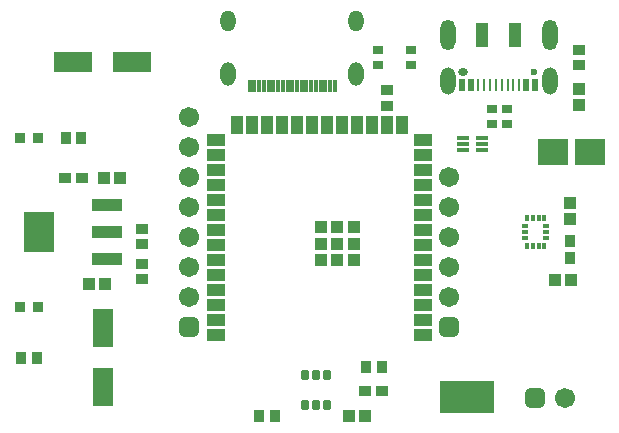
<source format=gts>
G04*
G04 #@! TF.GenerationSoftware,Altium Limited,Altium Designer,25.2.1 (25)*
G04*
G04 Layer_Color=8388736*
%FSLAX25Y25*%
%MOIN*%
G70*
G04*
G04 #@! TF.SameCoordinates,19AB45F0-FF71-4E06-AC9F-8C434743CFD0*
G04*
G04*
G04 #@! TF.FilePolarity,Negative*
G04*
G01*
G75*
%ADD33R,0.03812X0.03963*%
%ADD34R,0.03937X0.07874*%
%ADD35R,0.01063X0.03937*%
%ADD36R,0.02047X0.03937*%
%ADD37R,0.03898X0.01181*%
%ADD42R,0.03963X0.03812*%
%ADD44R,0.03747X0.04140*%
%ADD45R,0.03550X0.03550*%
%ADD46R,0.03943X0.04337*%
%ADD47R,0.04140X0.03747*%
%ADD48R,0.06306X0.03943*%
%ADD49R,0.03943X0.06306*%
%ADD50R,0.03943X0.03943*%
%ADD51R,0.10046X0.08865*%
%ADD52R,0.18268X0.10512*%
%ADD53R,0.01306X0.04337*%
%ADD54R,0.04337X0.03943*%
%ADD55R,0.03747X0.03156*%
%ADD56R,0.02264X0.01378*%
%ADD57R,0.01378X0.02264*%
%ADD58R,0.12998X0.06699*%
G04:AMPARAMS|DCode=59|XSize=25.65mil|YSize=35.5mil|CornerRadius=3.95mil|HoleSize=0mil|Usage=FLASHONLY|Rotation=0.000|XOffset=0mil|YOffset=0mil|HoleType=Round|Shape=RoundedRectangle|*
%AMROUNDEDRECTD59*
21,1,0.02565,0.02760,0,0,0.0*
21,1,0.01776,0.03550,0,0,0.0*
1,1,0.00790,0.00888,-0.01380*
1,1,0.00790,-0.00888,-0.01380*
1,1,0.00790,-0.00888,0.01380*
1,1,0.00790,0.00888,0.01380*
%
%ADD59ROUNDEDRECTD59*%
%ADD60R,0.09849X0.04337*%
%ADD61R,0.09849X0.13392*%
%ADD62R,0.06699X0.12998*%
%ADD63C,0.06699*%
G04:AMPARAMS|DCode=64|XSize=66.99mil|YSize=66.99mil|CornerRadius=17.75mil|HoleSize=0mil|Usage=FLASHONLY|Rotation=0.000|XOffset=0mil|YOffset=0mil|HoleType=Round|Shape=RoundedRectangle|*
%AMROUNDEDRECTD64*
21,1,0.06699,0.03150,0,0,0.0*
21,1,0.03150,0.06699,0,0,0.0*
1,1,0.03550,0.01575,-0.01575*
1,1,0.03550,-0.01575,-0.01575*
1,1,0.03550,-0.01575,0.01575*
1,1,0.03550,0.01575,0.01575*
%
%ADD64ROUNDEDRECTD64*%
%ADD65O,0.05124X0.07880*%
%ADD66O,0.05124X0.07093*%
G04:AMPARAMS|DCode=67|XSize=66.99mil|YSize=66.99mil|CornerRadius=17.75mil|HoleSize=0mil|Usage=FLASHONLY|Rotation=90.000|XOffset=0mil|YOffset=0mil|HoleType=Round|Shape=RoundedRectangle|*
%AMROUNDEDRECTD67*
21,1,0.06699,0.03150,0,0,90.0*
21,1,0.03150,0.06699,0,0,90.0*
1,1,0.03550,0.01575,0.01575*
1,1,0.03550,0.01575,-0.01575*
1,1,0.03550,-0.01575,-0.01575*
1,1,0.03550,-0.01575,0.01575*
%
%ADD67ROUNDEDRECTD67*%
G04:AMPARAMS|DCode=68|XSize=33.47mil|YSize=23.62mil|CornerRadius=11.81mil|HoleSize=0mil|Usage=FLASHONLY|Rotation=180.000|XOffset=0mil|YOffset=0mil|HoleType=Round|Shape=RoundedRectangle|*
%AMROUNDEDRECTD68*
21,1,0.03347,0.00000,0,0,180.0*
21,1,0.00984,0.02362,0,0,180.0*
1,1,0.02362,-0.00492,0.00000*
1,1,0.02362,0.00492,0.00000*
1,1,0.02362,0.00492,0.00000*
1,1,0.02362,-0.00492,0.00000*
%
%ADD68ROUNDEDRECTD68*%
%ADD69C,0.02362*%
G04:AMPARAMS|DCode=70|XSize=51.18mil|YSize=102.36mil|CornerRadius=25.59mil|HoleSize=0mil|Usage=FLASHONLY|Rotation=180.000|XOffset=0mil|YOffset=0mil|HoleType=Round|Shape=RoundedRectangle|*
%AMROUNDEDRECTD70*
21,1,0.05118,0.05118,0,0,180.0*
21,1,0.00000,0.10236,0,0,180.0*
1,1,0.05118,0.00000,0.02559*
1,1,0.05118,0.00000,0.02559*
1,1,0.05118,0.00000,-0.02559*
1,1,0.05118,0.00000,-0.02559*
%
%ADD70ROUNDEDRECTD70*%
G04:AMPARAMS|DCode=71|XSize=51.18mil|YSize=90.55mil|CornerRadius=25.59mil|HoleSize=0mil|Usage=FLASHONLY|Rotation=180.000|XOffset=0mil|YOffset=0mil|HoleType=Round|Shape=RoundedRectangle|*
%AMROUNDEDRECTD71*
21,1,0.05118,0.03937,0,0,180.0*
21,1,0.00000,0.09055,0,0,180.0*
1,1,0.05118,0.00000,0.01968*
1,1,0.05118,0.00000,0.01968*
1,1,0.05118,0.00000,-0.01968*
1,1,0.05118,0.00000,-0.01968*
%
%ADD71ROUNDEDRECTD71*%
D33*
X193898Y58788D02*
D03*
Y64504D02*
D03*
D34*
X164659Y133051D02*
D03*
X175682D02*
D03*
D35*
X163281Y116516D02*
D03*
X165249D02*
D03*
X167218D02*
D03*
X169186D02*
D03*
X171155D02*
D03*
X173123D02*
D03*
X175092D02*
D03*
X177060D02*
D03*
D36*
X160918D02*
D03*
X157966D02*
D03*
X179422D02*
D03*
X182375D02*
D03*
D37*
X158134Y94879D02*
D03*
Y96847D02*
D03*
Y98816D02*
D03*
X164472D02*
D03*
Y96847D02*
D03*
Y94879D02*
D03*
D42*
X131440Y14492D02*
D03*
X125725D02*
D03*
X25489Y85412D02*
D03*
X31204D02*
D03*
D44*
X16162Y25591D02*
D03*
X11044D02*
D03*
X31076Y99000D02*
D03*
X25958D02*
D03*
X95492Y6327D02*
D03*
X90374D02*
D03*
X126024Y22639D02*
D03*
X131142D02*
D03*
D45*
X16555Y42372D02*
D03*
X10650D02*
D03*
X16555Y99000D02*
D03*
X10650D02*
D03*
D46*
X189117Y51396D02*
D03*
X194432D02*
D03*
X125590Y6114D02*
D03*
X120275D02*
D03*
X38679Y85412D02*
D03*
X43994D02*
D03*
X33562Y50197D02*
D03*
X38877D02*
D03*
D47*
X132933Y109630D02*
D03*
Y114748D02*
D03*
X196850Y123169D02*
D03*
Y128288D02*
D03*
X51181Y63387D02*
D03*
Y68506D02*
D03*
X51181Y51760D02*
D03*
Y56878D02*
D03*
D48*
X75984Y33189D02*
D03*
Y38189D02*
D03*
Y43189D02*
D03*
Y48189D02*
D03*
Y53189D02*
D03*
Y58189D02*
D03*
Y63189D02*
D03*
Y68189D02*
D03*
Y73189D02*
D03*
Y78189D02*
D03*
Y83189D02*
D03*
Y88189D02*
D03*
Y93189D02*
D03*
Y98189D02*
D03*
X144882D02*
D03*
Y93189D02*
D03*
Y88189D02*
D03*
Y83189D02*
D03*
Y78189D02*
D03*
Y73189D02*
D03*
Y68189D02*
D03*
Y63189D02*
D03*
Y58189D02*
D03*
Y53189D02*
D03*
Y48189D02*
D03*
Y43189D02*
D03*
Y38189D02*
D03*
Y33189D02*
D03*
D49*
X82933Y103110D02*
D03*
X87933D02*
D03*
X92933D02*
D03*
X97933D02*
D03*
X102933D02*
D03*
X107933D02*
D03*
X112933D02*
D03*
X117933D02*
D03*
X122933D02*
D03*
X127933D02*
D03*
X132933D02*
D03*
X137933D02*
D03*
D50*
X110827Y58071D02*
D03*
X116339D02*
D03*
X121850D02*
D03*
X110827Y69095D02*
D03*
X116339D02*
D03*
X121850D02*
D03*
X110827Y63583D02*
D03*
X121850D02*
D03*
X116339D02*
D03*
D51*
X200527Y94213D02*
D03*
X188125D02*
D03*
D52*
X159735Y12524D02*
D03*
D53*
X115551Y116142D02*
D03*
X113976D02*
D03*
X112402D02*
D03*
X110827D02*
D03*
X109252D02*
D03*
X107677D02*
D03*
X106102D02*
D03*
X104528D02*
D03*
X102953D02*
D03*
X101378D02*
D03*
X99803D02*
D03*
X98228D02*
D03*
X96654D02*
D03*
X95079D02*
D03*
X93504D02*
D03*
X91929D02*
D03*
X90354D02*
D03*
X88780D02*
D03*
X87205D02*
D03*
D54*
X196850Y109887D02*
D03*
Y115202D02*
D03*
X193898Y71809D02*
D03*
Y77124D02*
D03*
D55*
X167978Y108551D02*
D03*
Y103630D02*
D03*
X173024Y108551D02*
D03*
Y103630D02*
D03*
X129921Y128189D02*
D03*
Y123268D02*
D03*
X140965Y128189D02*
D03*
Y123268D02*
D03*
D56*
X178887Y65608D02*
D03*
Y67576D02*
D03*
Y69545D02*
D03*
X186072D02*
D03*
Y67576D02*
D03*
Y65608D02*
D03*
D57*
X179527Y72153D02*
D03*
X181496D02*
D03*
X183464D02*
D03*
X185433D02*
D03*
Y62999D02*
D03*
X183464D02*
D03*
X181496D02*
D03*
X179527D02*
D03*
D58*
X28346Y124008D02*
D03*
X48031D02*
D03*
D59*
X112962Y9807D02*
D03*
X109222D02*
D03*
X105482D02*
D03*
Y19847D02*
D03*
X109222D02*
D03*
X112962D02*
D03*
D60*
X39764Y58453D02*
D03*
Y67508D02*
D03*
Y76563D02*
D03*
D61*
X16929Y67508D02*
D03*
D62*
X38189Y15748D02*
D03*
Y35433D02*
D03*
D63*
X192185Y12313D02*
D03*
X153543Y65866D02*
D03*
Y45866D02*
D03*
Y55866D02*
D03*
Y75866D02*
D03*
Y85866D02*
D03*
X66929D02*
D03*
Y65866D02*
D03*
Y45866D02*
D03*
Y55866D02*
D03*
Y75866D02*
D03*
Y95866D02*
D03*
Y105866D02*
D03*
D64*
X182185Y12313D02*
D03*
D65*
X122736Y120276D02*
D03*
X80020D02*
D03*
D66*
X122736Y137992D02*
D03*
X80020D02*
D03*
D67*
X153543Y35866D02*
D03*
X66929D02*
D03*
D68*
X158359Y120846D02*
D03*
D69*
X181982D02*
D03*
D70*
X153163Y133051D02*
D03*
X187178D02*
D03*
D71*
X153163Y117992D02*
D03*
X187178D02*
D03*
M02*

</source>
